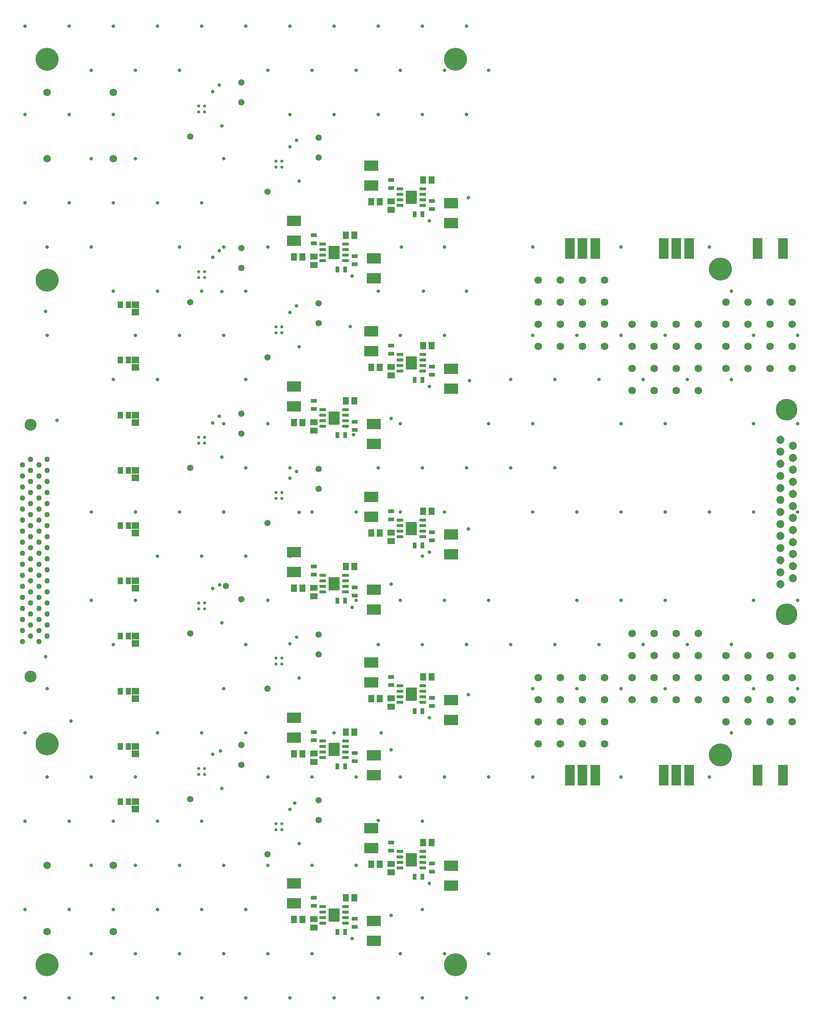
<source format=gbr>
%TF.GenerationSoftware,Altium Limited,Altium Designer,25.0.2 (28)*%
G04 Layer_Color=16711935*
%FSLAX45Y45*%
%MOMM*%
%TF.SameCoordinates,97F7605E-EDA1-4B57-83DE-D803DCB7673D*%
%TF.FilePolarity,Negative*%
%TF.FileFunction,Soldermask,Bot*%
%TF.Part,Single*%
G01*
G75*
%TA.AperFunction,SMDPad,CuDef*%
%ADD12R,0.95000X1.40000*%
%ADD17R,1.40000X0.95000*%
%TA.AperFunction,ViaPad*%
%ADD47C,1.47320*%
%TA.AperFunction,SMDPad,CuDef*%
%ADD65R,1.65320X1.40320*%
%ADD66R,1.40320X1.65320*%
%ADD67R,2.23520X4.77520*%
G04:AMPARAMS|DCode=68|XSize=0.7532mm|YSize=1.4532mm|CornerRadius=0.1511mm|HoleSize=0mm|Usage=FLASHONLY|Rotation=90.000|XOffset=0mm|YOffset=0mm|HoleType=Round|Shape=RoundedRectangle|*
%AMROUNDEDRECTD68*
21,1,0.75320,1.15100,0,0,90.0*
21,1,0.45100,1.45320,0,0,90.0*
1,1,0.30220,0.57550,0.22550*
1,1,0.30220,0.57550,-0.22550*
1,1,0.30220,-0.57550,-0.22550*
1,1,0.30220,-0.57550,0.22550*
%
%ADD68ROUNDEDRECTD68*%
%ADD69R,3.25120X2.48920*%
%ADD70R,1.65320X1.50320*%
%ADD71R,1.20320X1.55320*%
%TA.AperFunction,ComponentPad*%
%ADD72C,1.27000*%
%ADD73C,2.74320*%
%ADD74C,1.72720*%
%TA.AperFunction,ViaPad*%
%ADD75C,1.72720*%
%TA.AperFunction,ComponentPad*%
%ADD76C,1.85320*%
%ADD77C,5.00320*%
%TA.AperFunction,ViaPad*%
%ADD78C,5.28320*%
%ADD79C,0.81280*%
%ADD80C,0.70320*%
%TA.AperFunction,OtherPad,Pad U19-9 (119.38mm,72.39mm)*%
G04:AMPARAMS|DCode=81|XSize=2.49mm|YSize=3mm|CornerRadius=0.0498mm|HoleSize=0mm|Usage=FLASHONLY|Rotation=0.000|XOffset=0mm|YOffset=0mm|HoleType=Round|Shape=RoundedRectangle|*
%AMROUNDEDRECTD81*
21,1,2.49000,2.90040,0,0,0.0*
21,1,2.39040,3.00000,0,0,0.0*
1,1,0.09960,1.19520,-1.45020*
1,1,0.09960,-1.19520,-1.45020*
1,1,0.09960,-1.19520,1.45020*
1,1,0.09960,1.19520,1.45020*
%
%ADD81ROUNDEDRECTD81*%
%TA.AperFunction,OtherPad,Pad U17-9 (119.38mm,110.49mm)*%
G04:AMPARAMS|DCode=82|XSize=2.49mm|YSize=3mm|CornerRadius=0.0498mm|HoleSize=0mm|Usage=FLASHONLY|Rotation=0.000|XOffset=0mm|YOffset=0mm|HoleType=Round|Shape=RoundedRectangle|*
%AMROUNDEDRECTD82*
21,1,2.49000,2.90040,0,0,0.0*
21,1,2.39040,3.00000,0,0,0.0*
1,1,0.09960,1.19520,-1.45020*
1,1,0.09960,-1.19520,-1.45020*
1,1,0.09960,-1.19520,1.45020*
1,1,0.09960,1.19520,1.45020*
%
%ADD82ROUNDEDRECTD82*%
%TA.AperFunction,OtherPad,Pad U11-9 (119.38mm,224.79mm)*%
G04:AMPARAMS|DCode=83|XSize=2.49mm|YSize=3mm|CornerRadius=0.0498mm|HoleSize=0mm|Usage=FLASHONLY|Rotation=0.000|XOffset=0mm|YOffset=0mm|HoleType=Round|Shape=RoundedRectangle|*
%AMROUNDEDRECTD83*
21,1,2.49000,2.90040,0,0,0.0*
21,1,2.39040,3.00000,0,0,0.0*
1,1,0.09960,1.19520,-1.45020*
1,1,0.09960,-1.19520,-1.45020*
1,1,0.09960,-1.19520,1.45020*
1,1,0.09960,1.19520,1.45020*
%
%ADD83ROUNDEDRECTD83*%
%TA.AperFunction,OtherPad,Pad U13-9 (119.38mm,186.69mm)*%
G04:AMPARAMS|DCode=84|XSize=2.49mm|YSize=3mm|CornerRadius=0.0498mm|HoleSize=0mm|Usage=FLASHONLY|Rotation=0.000|XOffset=0mm|YOffset=0mm|HoleType=Round|Shape=RoundedRectangle|*
%AMROUNDEDRECTD84*
21,1,2.49000,2.90040,0,0,0.0*
21,1,2.39040,3.00000,0,0,0.0*
1,1,0.09960,1.19520,-1.45020*
1,1,0.09960,-1.19520,-1.45020*
1,1,0.09960,-1.19520,1.45020*
1,1,0.09960,1.19520,1.45020*
%
%ADD84ROUNDEDRECTD84*%
%TA.AperFunction,OtherPad,Pad U15-9 (119.38mm,148.59mm)*%
G04:AMPARAMS|DCode=85|XSize=2.49mm|YSize=3mm|CornerRadius=0.0498mm|HoleSize=0mm|Usage=FLASHONLY|Rotation=0.000|XOffset=0mm|YOffset=0mm|HoleType=Round|Shape=RoundedRectangle|*
%AMROUNDEDRECTD85*
21,1,2.49000,2.90040,0,0,0.0*
21,1,2.39040,3.00000,0,0,0.0*
1,1,0.09960,1.19520,-1.45020*
1,1,0.09960,-1.19520,-1.45020*
1,1,0.09960,-1.19520,1.45020*
1,1,0.09960,1.19520,1.45020*
%
%ADD85ROUNDEDRECTD85*%
%TA.AperFunction,OtherPad,Pad U20-9 (101.6mm,59.69mm)*%
G04:AMPARAMS|DCode=86|XSize=2.49mm|YSize=3mm|CornerRadius=0.0498mm|HoleSize=0mm|Usage=FLASHONLY|Rotation=0.000|XOffset=0mm|YOffset=0mm|HoleType=Round|Shape=RoundedRectangle|*
%AMROUNDEDRECTD86*
21,1,2.49000,2.90040,0,0,0.0*
21,1,2.39040,3.00000,0,0,0.0*
1,1,0.09960,1.19520,-1.45020*
1,1,0.09960,-1.19520,-1.45020*
1,1,0.09960,-1.19520,1.45020*
1,1,0.09960,1.19520,1.45020*
%
%ADD86ROUNDEDRECTD86*%
%TA.AperFunction,OtherPad,Pad U18-9 (101.6mm,97.79mm)*%
G04:AMPARAMS|DCode=87|XSize=2.49mm|YSize=3mm|CornerRadius=0.0498mm|HoleSize=0mm|Usage=FLASHONLY|Rotation=0.000|XOffset=0mm|YOffset=0mm|HoleType=Round|Shape=RoundedRectangle|*
%AMROUNDEDRECTD87*
21,1,2.49000,2.90040,0,0,0.0*
21,1,2.39040,3.00000,0,0,0.0*
1,1,0.09960,1.19520,-1.45020*
1,1,0.09960,-1.19520,-1.45020*
1,1,0.09960,-1.19520,1.45020*
1,1,0.09960,1.19520,1.45020*
%
%ADD87ROUNDEDRECTD87*%
%TA.AperFunction,OtherPad,Pad U12-9 (101.6mm,212.09mm)*%
G04:AMPARAMS|DCode=88|XSize=2.49mm|YSize=3mm|CornerRadius=0.0498mm|HoleSize=0mm|Usage=FLASHONLY|Rotation=0.000|XOffset=0mm|YOffset=0mm|HoleType=Round|Shape=RoundedRectangle|*
%AMROUNDEDRECTD88*
21,1,2.49000,2.90040,0,0,0.0*
21,1,2.39040,3.00000,0,0,0.0*
1,1,0.09960,1.19520,-1.45020*
1,1,0.09960,-1.19520,-1.45020*
1,1,0.09960,-1.19520,1.45020*
1,1,0.09960,1.19520,1.45020*
%
%ADD88ROUNDEDRECTD88*%
%TA.AperFunction,OtherPad,Pad U14-9 (101.6mm,173.99mm)*%
G04:AMPARAMS|DCode=89|XSize=2.49mm|YSize=3mm|CornerRadius=0.0498mm|HoleSize=0mm|Usage=FLASHONLY|Rotation=0.000|XOffset=0mm|YOffset=0mm|HoleType=Round|Shape=RoundedRectangle|*
%AMROUNDEDRECTD89*
21,1,2.49000,2.90040,0,0,0.0*
21,1,2.39040,3.00000,0,0,0.0*
1,1,0.09960,1.19520,-1.45020*
1,1,0.09960,-1.19520,-1.45020*
1,1,0.09960,-1.19520,1.45020*
1,1,0.09960,1.19520,1.45020*
%
%ADD89ROUNDEDRECTD89*%
%TA.AperFunction,OtherPad,Pad U16-9 (101.6mm,135.89mm)*%
G04:AMPARAMS|DCode=90|XSize=2.49mm|YSize=3mm|CornerRadius=0.0498mm|HoleSize=0mm|Usage=FLASHONLY|Rotation=0.000|XOffset=0mm|YOffset=0mm|HoleType=Round|Shape=RoundedRectangle|*
%AMROUNDEDRECTD90*
21,1,2.49000,2.90040,0,0,0.0*
21,1,2.39040,3.00000,0,0,0.0*
1,1,0.09960,1.19520,-1.45020*
1,1,0.09960,-1.19520,-1.45020*
1,1,0.09960,-1.19520,1.45020*
1,1,0.09960,1.19520,1.45020*
%
%ADD90ROUNDEDRECTD90*%
D12*
X12010600Y6845300D02*
D03*
X12195600D02*
D03*
X12010600Y10655300D02*
D03*
X12195600D02*
D03*
X12010600Y22085300D02*
D03*
X12195600D02*
D03*
X12010600Y18275301D02*
D03*
X12195600D02*
D03*
X12010600Y14465300D02*
D03*
X12195600D02*
D03*
X10232600Y5575300D02*
D03*
X10417600D02*
D03*
X10232600Y9385300D02*
D03*
X10417600D02*
D03*
X10232600Y20815300D02*
D03*
X10417600D02*
D03*
X10232600Y17005299D02*
D03*
X10417600D02*
D03*
X10232600Y13195300D02*
D03*
X10417600D02*
D03*
D17*
X11468100Y7451300D02*
D03*
Y7636300D02*
D03*
Y11261300D02*
D03*
Y11446300D02*
D03*
Y22691299D02*
D03*
Y22876300D02*
D03*
Y18881300D02*
D03*
Y19066299D02*
D03*
Y15071300D02*
D03*
Y15256300D02*
D03*
X12407900Y7153700D02*
D03*
Y6968700D02*
D03*
Y10963700D02*
D03*
Y10778700D02*
D03*
Y22393700D02*
D03*
Y22208701D02*
D03*
Y18583701D02*
D03*
Y18398700D02*
D03*
Y14773700D02*
D03*
Y14588699D02*
D03*
X10629900Y21123700D02*
D03*
Y20938699D02*
D03*
Y5883700D02*
D03*
Y5698700D02*
D03*
Y9693700D02*
D03*
Y9508700D02*
D03*
Y17313699D02*
D03*
Y17128700D02*
D03*
X9690100Y6181300D02*
D03*
Y6366300D02*
D03*
Y9991300D02*
D03*
Y10176300D02*
D03*
Y21421300D02*
D03*
Y21606300D02*
D03*
Y17611301D02*
D03*
Y17796300D02*
D03*
X10629900Y13503700D02*
D03*
Y13318700D02*
D03*
X9690100Y13801300D02*
D03*
Y13986301D02*
D03*
D47*
X7670800Y13538200D02*
D03*
X8026400Y25120599D02*
D03*
X9804400Y23850600D02*
D03*
X8026400Y21310600D02*
D03*
X9804400Y20040601D02*
D03*
X8026400Y17500600D02*
D03*
X9804400Y16230600D02*
D03*
Y12420600D02*
D03*
X8026400Y9880600D02*
D03*
X9804400Y8610600D02*
D03*
X11074400Y5372100D02*
D03*
X12852400Y6642100D02*
D03*
X11074400Y9182100D02*
D03*
X12852400Y10452100D02*
D03*
Y21882100D02*
D03*
X11074400Y20612100D02*
D03*
X12852400Y18072099D02*
D03*
X11074400Y16802100D02*
D03*
X12852400Y14262100D02*
D03*
X11074400Y12992101D02*
D03*
X12852400Y22339301D02*
D03*
X11010900Y22745700D02*
D03*
X12852400Y18529300D02*
D03*
X11010900Y18935699D02*
D03*
X12852400Y14719299D02*
D03*
X11010900Y15125700D02*
D03*
X12852400Y10909300D02*
D03*
X11010900Y11315700D02*
D03*
X12852400Y7099300D02*
D03*
X11010900Y7505700D02*
D03*
X8623300Y7366000D02*
D03*
X9804400Y8153400D02*
D03*
X8623300Y11176000D02*
D03*
X9804400Y11963400D02*
D03*
X8623300Y22606000D02*
D03*
X9804400Y23393401D02*
D03*
X8623300Y14986000D02*
D03*
X9804400Y15773399D02*
D03*
Y19583400D02*
D03*
X8623300Y18796001D02*
D03*
X11074400Y5829300D02*
D03*
Y9639300D02*
D03*
Y21069299D02*
D03*
Y17259300D02*
D03*
X9232900Y6235700D02*
D03*
Y10045700D02*
D03*
Y21475700D02*
D03*
Y17665700D02*
D03*
Y13855701D02*
D03*
X11074400Y13449300D02*
D03*
X8026400Y9423400D02*
D03*
Y13233400D02*
D03*
Y24663400D02*
D03*
Y20853400D02*
D03*
X6845300Y8636000D02*
D03*
Y12446000D02*
D03*
Y20066000D02*
D03*
Y23875999D02*
D03*
Y16256000D02*
D03*
X8026400Y17043401D02*
D03*
D65*
X11468100Y7148500D02*
D03*
Y6948500D02*
D03*
Y10958500D02*
D03*
Y10758500D02*
D03*
Y22388499D02*
D03*
Y22188499D02*
D03*
Y18578500D02*
D03*
Y18378500D02*
D03*
Y14768500D02*
D03*
Y14568500D02*
D03*
X9690100Y5878500D02*
D03*
Y5678500D02*
D03*
Y9688500D02*
D03*
Y9488500D02*
D03*
Y21118500D02*
D03*
Y20918500D02*
D03*
Y17308501D02*
D03*
Y17108501D02*
D03*
Y13498500D02*
D03*
Y13298500D02*
D03*
D66*
X12206300Y7632700D02*
D03*
X12406300D02*
D03*
X12206300Y11442700D02*
D03*
X12406300D02*
D03*
X12206300Y22872701D02*
D03*
X12406300D02*
D03*
X12206300Y19062700D02*
D03*
X12406300D02*
D03*
X12206300Y15252699D02*
D03*
X12406300D02*
D03*
X11012500Y7137400D02*
D03*
X11212500D02*
D03*
X11012500Y10947400D02*
D03*
X11212500D02*
D03*
X11012500Y22377400D02*
D03*
X11212500D02*
D03*
X11012500Y18567400D02*
D03*
X11212500D02*
D03*
X11012500Y14757401D02*
D03*
X11212500D02*
D03*
X10428300Y13982700D02*
D03*
X10628300D02*
D03*
X9234500Y21107401D02*
D03*
X9434500D02*
D03*
X9234500Y17297400D02*
D03*
X9434500D02*
D03*
X9234500Y5867400D02*
D03*
X9434500D02*
D03*
X9234500Y9677400D02*
D03*
X9434500D02*
D03*
X10428300Y6362700D02*
D03*
X10628300D02*
D03*
X10428300Y10172700D02*
D03*
X10628300D02*
D03*
X10428300Y21602699D02*
D03*
X10628300D02*
D03*
X10428300Y17792700D02*
D03*
X10628300D02*
D03*
X9234500Y13487399D02*
D03*
X9434500D02*
D03*
D67*
X16167101Y9182100D02*
D03*
X15582899D02*
D03*
X15875000D02*
D03*
X18326100D02*
D03*
X17741901D02*
D03*
X18034000D02*
D03*
X20485100D02*
D03*
X19900900D02*
D03*
X20485100Y21297900D02*
D03*
X19900900D02*
D03*
X18326100D02*
D03*
X17741901D02*
D03*
X18034000D02*
D03*
X15875000D02*
D03*
X15582899D02*
D03*
X16167101D02*
D03*
D68*
X11675500Y7048500D02*
D03*
Y7175500D02*
D03*
Y7302500D02*
D03*
Y7429500D02*
D03*
X12200500Y7048500D02*
D03*
Y7175500D02*
D03*
Y7302500D02*
D03*
Y7429500D02*
D03*
X11675500Y10858500D02*
D03*
Y10985500D02*
D03*
Y11112500D02*
D03*
Y11239500D02*
D03*
X12200500Y10858500D02*
D03*
Y10985500D02*
D03*
Y11112500D02*
D03*
Y11239500D02*
D03*
X11675500Y22288499D02*
D03*
Y22415500D02*
D03*
Y22542500D02*
D03*
Y22669501D02*
D03*
X12200500Y22288499D02*
D03*
Y22415500D02*
D03*
Y22542500D02*
D03*
Y22669501D02*
D03*
X11675500Y18478500D02*
D03*
Y18605499D02*
D03*
Y18732500D02*
D03*
Y18859500D02*
D03*
X12200500Y18478500D02*
D03*
Y18605499D02*
D03*
Y18732500D02*
D03*
Y18859500D02*
D03*
X11675500Y14668500D02*
D03*
Y14795500D02*
D03*
Y14922501D02*
D03*
Y15049500D02*
D03*
X12200500Y14668500D02*
D03*
Y14795500D02*
D03*
Y14922501D02*
D03*
Y15049500D02*
D03*
X9897500Y5778500D02*
D03*
Y5905500D02*
D03*
Y6032500D02*
D03*
Y6159500D02*
D03*
X10422500Y5778500D02*
D03*
Y5905500D02*
D03*
Y6032500D02*
D03*
Y6159500D02*
D03*
X9897500Y9588500D02*
D03*
Y9715500D02*
D03*
Y9842500D02*
D03*
Y9969500D02*
D03*
X10422500Y9588500D02*
D03*
Y9715500D02*
D03*
Y9842500D02*
D03*
Y9969500D02*
D03*
X9897500Y21018500D02*
D03*
Y21145500D02*
D03*
Y21272501D02*
D03*
Y21399500D02*
D03*
X10422500Y21018500D02*
D03*
Y21145500D02*
D03*
Y21272501D02*
D03*
Y21399500D02*
D03*
X9897500Y17208501D02*
D03*
Y17335500D02*
D03*
Y17462500D02*
D03*
Y17589500D02*
D03*
X10422500Y17208501D02*
D03*
Y17335500D02*
D03*
Y17462500D02*
D03*
Y17589500D02*
D03*
X9897500Y13398500D02*
D03*
Y13525500D02*
D03*
Y13652499D02*
D03*
Y13779500D02*
D03*
X10422500Y13398500D02*
D03*
Y13525500D02*
D03*
Y13652499D02*
D03*
Y13779500D02*
D03*
D69*
X11010900Y15582899D02*
D03*
Y15125700D02*
D03*
X12852400Y6642100D02*
D03*
Y7099300D02*
D03*
Y10452100D02*
D03*
Y10909300D02*
D03*
Y21882100D02*
D03*
Y22339301D02*
D03*
Y18072099D02*
D03*
Y18529300D02*
D03*
Y14262100D02*
D03*
Y14719299D02*
D03*
X11074400Y5372100D02*
D03*
Y5829300D02*
D03*
Y9182100D02*
D03*
Y9639300D02*
D03*
Y20612100D02*
D03*
Y21069299D02*
D03*
Y16802100D02*
D03*
Y17259300D02*
D03*
X9232900Y6692900D02*
D03*
Y6235700D02*
D03*
Y10502900D02*
D03*
Y10045700D02*
D03*
Y21932899D02*
D03*
Y21475700D02*
D03*
Y18122900D02*
D03*
Y17665700D02*
D03*
X11074400Y12992101D02*
D03*
Y13449300D02*
D03*
X9232900Y14312900D02*
D03*
Y13855701D02*
D03*
X11010900Y19392900D02*
D03*
Y18935699D02*
D03*
Y11772900D02*
D03*
Y11315700D02*
D03*
Y23202901D02*
D03*
Y22745700D02*
D03*
Y7962900D02*
D03*
Y7505700D02*
D03*
D70*
X5588000Y8407501D02*
D03*
Y8572501D02*
D03*
Y9677501D02*
D03*
Y9842501D02*
D03*
Y10947501D02*
D03*
Y11112501D02*
D03*
Y12217501D02*
D03*
Y12382501D02*
D03*
Y13487502D02*
D03*
Y13652501D02*
D03*
Y14757501D02*
D03*
Y14922501D02*
D03*
Y16027501D02*
D03*
Y16192500D02*
D03*
Y17297501D02*
D03*
Y17462502D02*
D03*
Y18567500D02*
D03*
Y18732501D02*
D03*
Y19837502D02*
D03*
Y20002501D02*
D03*
D71*
X5424000Y8572500D02*
D03*
X5244000D02*
D03*
X5424000Y12382500D02*
D03*
X5244000D02*
D03*
X5424000Y14922501D02*
D03*
X5244000D02*
D03*
X5424000Y11112500D02*
D03*
X5244000D02*
D03*
X5424000Y9842500D02*
D03*
X5244000D02*
D03*
X5424000Y16192500D02*
D03*
X5244000D02*
D03*
X5424000Y13652499D02*
D03*
X5244000D02*
D03*
X5424000Y17462500D02*
D03*
X5244000D02*
D03*
X5424000Y20002499D02*
D03*
X5244000D02*
D03*
X5424000Y18732500D02*
D03*
X5244000D02*
D03*
D72*
X3365500Y12255500D02*
D03*
Y12509500D02*
D03*
X3556000Y12382500D02*
D03*
X3365500Y12763500D02*
D03*
X3556000Y12636500D02*
D03*
X3365500Y13017500D02*
D03*
X3556000Y12890500D02*
D03*
X3365500Y13271500D02*
D03*
X3556000Y13144501D02*
D03*
X3365500Y13525500D02*
D03*
X3556000Y13398500D02*
D03*
X3365500Y13779500D02*
D03*
X3556000Y13652499D02*
D03*
X3365500Y14033501D02*
D03*
X3556000Y13906500D02*
D03*
X3365500Y14287500D02*
D03*
X3556000Y14160500D02*
D03*
X3365500Y14541499D02*
D03*
X3556000Y14414500D02*
D03*
X3365500Y14795500D02*
D03*
X3556000Y14668500D02*
D03*
X3365500Y15049500D02*
D03*
X3556000Y14922501D02*
D03*
X3365500Y15303500D02*
D03*
X3556000Y15176500D02*
D03*
X3365500Y15557500D02*
D03*
X3556000Y15430499D02*
D03*
X3365500Y15811501D02*
D03*
X3556000Y15684500D02*
D03*
X3365500Y16065500D02*
D03*
X3556000Y15938499D02*
D03*
X3365500Y16319501D02*
D03*
X3556000Y16192500D02*
D03*
Y16446500D02*
D03*
X2984500Y12255500D02*
D03*
Y12509500D02*
D03*
X3175000Y12382500D02*
D03*
X2984500Y12763500D02*
D03*
X3175000Y12636500D02*
D03*
X2984500Y13017500D02*
D03*
X3175000Y12890500D02*
D03*
X2984500Y13271500D02*
D03*
X3175000Y13144501D02*
D03*
X2984500Y13525500D02*
D03*
X3175000Y13398500D02*
D03*
X2984500Y13779500D02*
D03*
X3175000Y13652499D02*
D03*
X2984500Y14033501D02*
D03*
X3175000Y13906500D02*
D03*
X2984500Y14287500D02*
D03*
X3175000Y14160500D02*
D03*
X2984500Y14541499D02*
D03*
X3175000Y14414500D02*
D03*
X2984500Y14795500D02*
D03*
X3175000Y14668500D02*
D03*
X2984500Y15049500D02*
D03*
X3175000Y14922501D02*
D03*
X2984500Y15303500D02*
D03*
X3175000Y15176500D02*
D03*
X2984500Y15557500D02*
D03*
X3175000Y15430499D02*
D03*
X2984500Y15811501D02*
D03*
X3175000Y15684500D02*
D03*
X2984500Y16065500D02*
D03*
X3175000Y15938499D02*
D03*
X2984500Y16319501D02*
D03*
X3175000Y16192500D02*
D03*
Y16446500D02*
D03*
D73*
Y11455400D02*
D03*
Y17246600D02*
D03*
D74*
X16383000Y19050000D02*
D03*
Y19558000D02*
D03*
Y20066000D02*
D03*
Y20574001D02*
D03*
X15875000Y19050000D02*
D03*
Y19558000D02*
D03*
Y20066000D02*
D03*
Y20574001D02*
D03*
X15367000Y19050000D02*
D03*
Y19558000D02*
D03*
Y20066000D02*
D03*
Y20574001D02*
D03*
X14859000Y19050000D02*
D03*
Y19558000D02*
D03*
Y20066000D02*
D03*
Y20574001D02*
D03*
X18542000Y12446000D02*
D03*
Y11938000D02*
D03*
Y11430000D02*
D03*
Y10922000D02*
D03*
X18034000Y12446000D02*
D03*
Y11938000D02*
D03*
Y11430000D02*
D03*
Y10922000D02*
D03*
X17525999Y12446000D02*
D03*
Y11938000D02*
D03*
Y11430000D02*
D03*
Y10922000D02*
D03*
X17017999Y12446000D02*
D03*
Y11938000D02*
D03*
Y11430000D02*
D03*
Y10922000D02*
D03*
X20700999Y11938000D02*
D03*
Y11430000D02*
D03*
Y10922000D02*
D03*
Y10414000D02*
D03*
X20192999Y11938000D02*
D03*
Y11430000D02*
D03*
Y10922000D02*
D03*
Y10414000D02*
D03*
X19685001Y11938000D02*
D03*
Y11430000D02*
D03*
Y10922000D02*
D03*
Y10414000D02*
D03*
X19177000Y11938000D02*
D03*
Y11430000D02*
D03*
Y10922000D02*
D03*
Y10414000D02*
D03*
X20700999Y18542000D02*
D03*
Y19050000D02*
D03*
Y19558000D02*
D03*
Y20066000D02*
D03*
X20192999Y18542000D02*
D03*
Y19050000D02*
D03*
Y19558000D02*
D03*
Y20066000D02*
D03*
X19685001Y18542000D02*
D03*
Y19050000D02*
D03*
Y19558000D02*
D03*
Y20066000D02*
D03*
X19177000Y18542000D02*
D03*
Y19050000D02*
D03*
Y19558000D02*
D03*
Y20066000D02*
D03*
X16383000Y11430000D02*
D03*
Y10922000D02*
D03*
Y10414000D02*
D03*
Y9906000D02*
D03*
X15875000Y11430000D02*
D03*
Y10922000D02*
D03*
Y10414000D02*
D03*
Y9906000D02*
D03*
X15367000Y11430000D02*
D03*
Y10922000D02*
D03*
Y10414000D02*
D03*
Y9906000D02*
D03*
X14859000Y11430000D02*
D03*
Y10922000D02*
D03*
Y10414000D02*
D03*
Y9906000D02*
D03*
X18542000Y18034000D02*
D03*
Y18542000D02*
D03*
Y19050000D02*
D03*
Y19558000D02*
D03*
X18034000Y18034000D02*
D03*
Y18542000D02*
D03*
Y19050000D02*
D03*
Y19558000D02*
D03*
X17525999Y18034000D02*
D03*
Y18542000D02*
D03*
Y19050000D02*
D03*
Y19558000D02*
D03*
X17017999Y18034000D02*
D03*
Y18542000D02*
D03*
Y19050000D02*
D03*
Y19558000D02*
D03*
D75*
X3556000Y7112000D02*
D03*
Y23367999D02*
D03*
Y24892000D02*
D03*
X5080000D02*
D03*
Y23367999D02*
D03*
X3556000Y5588000D02*
D03*
X5080000D02*
D03*
Y7112000D02*
D03*
D76*
X20716200Y13716499D02*
D03*
Y13993500D02*
D03*
Y14270500D02*
D03*
Y14547501D02*
D03*
Y14824500D02*
D03*
Y15101500D02*
D03*
Y15378500D02*
D03*
Y15655499D02*
D03*
Y15932500D02*
D03*
Y16209500D02*
D03*
Y16486501D02*
D03*
Y16763499D02*
D03*
X20432201Y13578000D02*
D03*
Y13855000D02*
D03*
Y14132001D02*
D03*
Y14409000D02*
D03*
Y14686000D02*
D03*
Y14963000D02*
D03*
Y16625000D02*
D03*
Y16902000D02*
D03*
Y16071001D02*
D03*
Y16348000D02*
D03*
Y15794000D02*
D03*
Y15517000D02*
D03*
Y15239999D02*
D03*
D77*
X20574200Y17595000D02*
D03*
Y12885001D02*
D03*
D78*
X19050000Y20828000D02*
D03*
Y9652000D02*
D03*
X3556000Y20574001D02*
D03*
Y9906000D02*
D03*
Y25654001D02*
D03*
X12953999D02*
D03*
Y4826000D02*
D03*
X3556000D02*
D03*
D79*
X10629900Y9508700D02*
D03*
X10609490Y17018510D02*
D03*
X10574990Y5423410D02*
D03*
X12352990Y6693410D02*
D03*
X12352480Y10503920D02*
D03*
X10574480Y13043919D02*
D03*
X12352990Y14313409D02*
D03*
X12352480Y18123920D02*
D03*
X10574480Y20663921D02*
D03*
X12352990Y21933411D02*
D03*
X7526990Y13564110D02*
D03*
X9254740Y8540036D02*
D03*
X7539690Y9741410D02*
D03*
X9295380Y12358120D02*
D03*
X9295890Y16167610D02*
D03*
X7517380Y17438120D02*
D03*
X9295380Y19978120D02*
D03*
X7518400Y21247099D02*
D03*
X9295890Y23787610D02*
D03*
X7518400Y25057100D02*
D03*
X10528300Y19507201D02*
D03*
X4102100Y10426700D02*
D03*
X4572000Y23367999D02*
D03*
X19812000Y13208000D02*
D03*
X14732001Y21336000D02*
D03*
X16764000Y13208000D02*
D03*
X11176000Y16256000D02*
D03*
X16764000Y11176000D02*
D03*
X5080000Y8128000D02*
D03*
X3556000Y19303999D02*
D03*
X11684000Y5080000D02*
D03*
X13208000Y12192000D02*
D03*
X5588000Y17272000D02*
D03*
X6096000Y26416000D02*
D03*
X5080000Y4064000D02*
D03*
X14732001Y9144000D02*
D03*
X20828000Y11176000D02*
D03*
X18288000Y18288000D02*
D03*
X10668000Y15239999D02*
D03*
X12700000Y19303999D02*
D03*
X4572000Y7112000D02*
D03*
X5080000Y22352000D02*
D03*
X13716000Y5080000D02*
D03*
X4064000Y4064000D02*
D03*
X6096000D02*
D03*
X3556000Y9144000D02*
D03*
X5080000Y26416000D02*
D03*
X15748000Y15239999D02*
D03*
X5588000D02*
D03*
X11176000Y20320000D02*
D03*
X9652000Y7112000D02*
D03*
X12700000Y21336000D02*
D03*
X3048000Y10160000D02*
D03*
X20828000Y15239999D02*
D03*
X9144000Y26416000D02*
D03*
X12192000Y4064000D02*
D03*
X13208000D02*
D03*
X10668000Y7112000D02*
D03*
X5080000Y18288000D02*
D03*
X6604000Y21336000D02*
D03*
X10160000Y4064000D02*
D03*
X19303999Y20320000D02*
D03*
X3048000Y24384000D02*
D03*
X5080000D02*
D03*
X7620000Y23367999D02*
D03*
X8128000Y20320000D02*
D03*
X7112000Y4064000D02*
D03*
X13208000Y20320000D02*
D03*
X16764000Y15239999D02*
D03*
X4064000Y22352000D02*
D03*
X17780000Y19303999D02*
D03*
X10668000Y9144000D02*
D03*
X11176000Y12192000D02*
D03*
X17780000Y13208000D02*
D03*
X13208000Y24384000D02*
D03*
X8636000Y25400000D02*
D03*
X5588000Y19303999D02*
D03*
X16256000Y18288000D02*
D03*
X13208000Y26416000D02*
D03*
X15748000Y13208000D02*
D03*
X13716000Y9144000D02*
D03*
X6096000Y20320000D02*
D03*
X13716000Y25400000D02*
D03*
X17780000Y11176000D02*
D03*
X6604000Y15239999D02*
D03*
X15239999Y12192000D02*
D03*
X15748000Y19303999D02*
D03*
X7112000Y22352000D02*
D03*
X4064000Y26416000D02*
D03*
X15748000Y11176000D02*
D03*
X6096000Y14224001D02*
D03*
X3048000Y22352000D02*
D03*
X19812000Y15239999D02*
D03*
X5588000Y13208000D02*
D03*
X16764000Y17272000D02*
D03*
X8636000Y21336000D02*
D03*
X14732001Y17272000D02*
D03*
X4064000Y8128000D02*
D03*
X10668000Y13208000D02*
D03*
X5588000Y25400000D02*
D03*
X7112000Y26416000D02*
D03*
X11709400Y21336000D02*
D03*
X5588000Y7112000D02*
D03*
X19812000Y11176000D02*
D03*
X7112000Y20320000D02*
D03*
X12217400D02*
D03*
X12192000Y26416000D02*
D03*
X16764000Y19303999D02*
D03*
X12192000Y12192000D02*
D03*
X6604000Y5080000D02*
D03*
X13208000Y16256000D02*
D03*
X3556000Y21336000D02*
D03*
X12700000Y9144000D02*
D03*
X3048000Y4064000D02*
D03*
X9144000Y24384000D02*
D03*
X8128000Y14224001D02*
D03*
X19303999Y10160000D02*
D03*
X11239500D02*
D03*
X8636000Y7112000D02*
D03*
X11176000Y8140700D02*
D03*
X7620000Y11176000D02*
D03*
X8636000Y9144000D02*
D03*
X9652000Y5080000D02*
D03*
X7620000Y21336000D02*
D03*
X13716000Y13208000D02*
D03*
X14224001Y12192000D02*
D03*
X5588000Y9144000D02*
D03*
X12700000Y15239999D02*
D03*
X3048000Y6096000D02*
D03*
X10160000Y26416000D02*
D03*
X6604000Y7112000D02*
D03*
X16764000Y9144000D02*
D03*
X11684000Y25400000D02*
D03*
X6096000Y18288000D02*
D03*
X10160000Y10160000D02*
D03*
X7620000Y7112000D02*
D03*
X9652000Y9144000D02*
D03*
X15239999Y16256000D02*
D03*
X8636000Y17272000D02*
D03*
X4064000Y6096000D02*
D03*
X5588000Y5080000D02*
D03*
X12700000Y25400000D02*
D03*
X18796001Y15239999D02*
D03*
X11176000Y26416000D02*
D03*
X7112000Y8128000D02*
D03*
X9652000Y25400000D02*
D03*
X11684000Y13208000D02*
D03*
X16764000Y21336000D02*
D03*
X20828000Y17272000D02*
D03*
X8636000Y5080000D02*
D03*
X18796001Y9144000D02*
D03*
X11684000Y15239999D02*
D03*
X4572000Y5080000D02*
D03*
X7112000Y6096000D02*
D03*
X11684000Y19303999D02*
D03*
X14732001Y15239999D02*
D03*
X9144000Y14224001D02*
D03*
X14732001Y19303999D02*
D03*
X7112000Y10160000D02*
D03*
X19303999Y12192000D02*
D03*
X8128000Y6096000D02*
D03*
X10668000Y25400000D02*
D03*
X4572000Y9144000D02*
D03*
X12192000Y14224001D02*
D03*
X6096000Y10160000D02*
D03*
X5080000Y12192000D02*
D03*
X20828000Y13208000D02*
D03*
X19812000Y17272000D02*
D03*
X8128000Y16256000D02*
D03*
X14224001Y18288000D02*
D03*
X8128000Y12192000D02*
D03*
X11684000Y9144000D02*
D03*
X7620000Y19303999D02*
D03*
X18796001Y21336000D02*
D03*
X15239999Y18288000D02*
D03*
X4064000Y24384000D02*
D03*
X6096000Y6096000D02*
D03*
X5080000Y20320000D02*
D03*
X4572000Y13208000D02*
D03*
X12192000Y16256000D02*
D03*
X17272000Y18288000D02*
D03*
X7620000Y17272000D02*
D03*
X18288000Y12192000D02*
D03*
X6096000Y8128000D02*
D03*
X8128000Y10160000D02*
D03*
X12192000Y24384000D02*
D03*
X6604000Y19303999D02*
D03*
X10160000Y24384000D02*
D03*
X11176000Y4064000D02*
D03*
X7112000Y14224001D02*
D03*
X17780000Y17272000D02*
D03*
X12700000Y13208000D02*
D03*
X12192000Y6096000D02*
D03*
X20828000Y19303999D02*
D03*
X3048000Y26416000D02*
D03*
X7620000Y15239999D02*
D03*
X4572000Y25400000D02*
D03*
X8128000Y18288000D02*
D03*
X3048000Y8128000D02*
D03*
X9144000Y4064000D02*
D03*
X3556000Y11176000D02*
D03*
X9144000Y16256000D02*
D03*
X7620000Y5080000D02*
D03*
X17780000Y15239999D02*
D03*
X19303999Y18288000D02*
D03*
X4572000Y21336000D02*
D03*
X8128000Y26416000D02*
D03*
X6096000Y22352000D02*
D03*
X8128000Y4064000D02*
D03*
X12700000Y5080000D02*
D03*
X16256000Y12192000D02*
D03*
X5588000Y23367999D02*
D03*
X9652000Y15239999D02*
D03*
X17272000Y12192000D02*
D03*
X11684000Y17272000D02*
D03*
X5080000Y6096000D02*
D03*
X8636000Y13208000D02*
D03*
X19812000Y19303999D02*
D03*
X6604000Y25400000D02*
D03*
X13716000Y17272000D02*
D03*
X14224001Y16256000D02*
D03*
X4572000Y15239999D02*
D03*
X14732001Y11176000D02*
D03*
X11176000Y24384000D02*
D03*
X12192000Y8128000D02*
D03*
X13271500Y18262601D02*
D03*
X3517900Y19850101D02*
D03*
X11468100Y5956300D02*
D03*
Y9766300D02*
D03*
X13246100Y11036300D02*
D03*
X11468100Y13576300D02*
D03*
X13246100Y22466299D02*
D03*
X11468100Y17386301D02*
D03*
X13246100Y14846300D02*
D03*
X10417600Y5575300D02*
D03*
X10628300Y6362700D02*
D03*
X12195600Y6845300D02*
D03*
X12406300Y7632700D02*
D03*
X10417600Y9385300D02*
D03*
X10628300Y10172700D02*
D03*
X12195600Y10655300D02*
D03*
X12406300Y11442700D02*
D03*
X10417600Y13195300D02*
D03*
X10628300Y13982700D02*
D03*
X12195600Y14465300D02*
D03*
X12406300Y15252699D02*
D03*
X10417090Y17005811D02*
D03*
X10628300Y17792700D02*
D03*
X12195090Y18275810D02*
D03*
X12406300Y19062700D02*
D03*
X10417600Y20815300D02*
D03*
X10628300Y21602699D02*
D03*
X12195600Y22085300D02*
D03*
X12406300Y22872701D02*
D03*
X9357790Y7607810D02*
D03*
X9147090Y8395210D02*
D03*
X7579790Y8877810D02*
D03*
X7369090Y9665210D02*
D03*
X9357790Y11417810D02*
D03*
X9147090Y12205210D02*
D03*
X7579790Y12687810D02*
D03*
X7369090Y13475211D02*
D03*
X9357790Y15227811D02*
D03*
X9147090Y16015210D02*
D03*
X7579790Y16497810D02*
D03*
X7369090Y17285210D02*
D03*
X9357790Y19037810D02*
D03*
X9147090Y19825211D02*
D03*
X7579790Y20307809D02*
D03*
X7369090Y21095210D02*
D03*
X9357790Y22847810D02*
D03*
X9147600Y23634700D02*
D03*
X7579790Y24117810D02*
D03*
X7369600Y24904700D02*
D03*
X3517900Y11912600D02*
D03*
X3784600Y17348199D02*
D03*
D80*
X12003000Y7304000D02*
D03*
X11873000D02*
D03*
X12003000Y7174000D02*
D03*
X11873000D02*
D03*
X12003000Y11114000D02*
D03*
X11873000D02*
D03*
X12003000Y10984000D02*
D03*
X11873000D02*
D03*
X12003000Y22544000D02*
D03*
X11873000D02*
D03*
X12003000Y22414000D02*
D03*
X11873000D02*
D03*
X12003000Y18734000D02*
D03*
X11873000D02*
D03*
X12003000Y18603999D02*
D03*
X11873000D02*
D03*
X12003000Y14924001D02*
D03*
X11873000D02*
D03*
X12003000Y14794000D02*
D03*
X11873000D02*
D03*
X8955000Y7936000D02*
D03*
X8825000D02*
D03*
X8955000Y8066000D02*
D03*
X8825000D02*
D03*
X8955000Y23175999D02*
D03*
X8825000D02*
D03*
X8955000Y23306000D02*
D03*
X8825000D02*
D03*
X8955000Y19366000D02*
D03*
X8825000D02*
D03*
X8955000Y19496001D02*
D03*
X8825000D02*
D03*
X8955000Y11746000D02*
D03*
X8825000D02*
D03*
X8955000Y11876000D02*
D03*
X8825000D02*
D03*
X8955000Y15556000D02*
D03*
X8825000D02*
D03*
X8955000Y15686000D02*
D03*
X8825000D02*
D03*
X10225000Y6034000D02*
D03*
X10095000D02*
D03*
X10225000Y5904000D02*
D03*
X10095000D02*
D03*
X10225000Y9844000D02*
D03*
X10095000D02*
D03*
X10225000Y9714000D02*
D03*
X10095000D02*
D03*
X10225000Y21274001D02*
D03*
X10095000D02*
D03*
X10225000Y21144000D02*
D03*
X10095000D02*
D03*
X10225000Y17464000D02*
D03*
X10095000D02*
D03*
X10225000Y17334000D02*
D03*
X10095000D02*
D03*
X10225000Y13653999D02*
D03*
X10095000D02*
D03*
X10225000Y13524001D02*
D03*
X10095000D02*
D03*
X7177000Y24446001D02*
D03*
X7047000D02*
D03*
X7177000Y24575999D02*
D03*
X7047000D02*
D03*
X7177000Y20636000D02*
D03*
X7047000D02*
D03*
X7177000Y20766000D02*
D03*
X7047000D02*
D03*
X7177000Y9206000D02*
D03*
X7047000D02*
D03*
X7177000Y9336000D02*
D03*
X7047000D02*
D03*
X7177000Y13016000D02*
D03*
X7047000D02*
D03*
X7177000Y13146001D02*
D03*
X7047000D02*
D03*
X7177000Y16825999D02*
D03*
X7047000D02*
D03*
X7177000Y16956000D02*
D03*
X7047000D02*
D03*
D81*
X11938000Y7239000D02*
D03*
D82*
Y11049000D02*
D03*
D83*
Y22478999D02*
D03*
D84*
Y18669000D02*
D03*
D85*
Y14859000D02*
D03*
D86*
X10160000Y5969000D02*
D03*
D87*
Y9779000D02*
D03*
D88*
Y21209000D02*
D03*
D89*
Y17399001D02*
D03*
D90*
Y13589000D02*
D03*
%TF.MD5,bd1f5b05c273d21a52e86078757cff72*%
M02*

</source>
